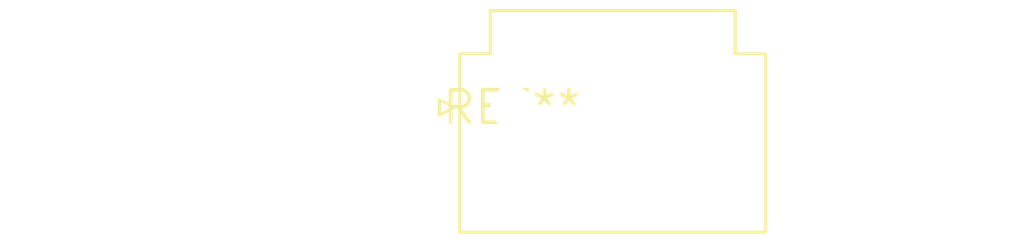
<source format=kicad_pcb>
(kicad_pcb (version 20240108) (generator pcbnew)
  (layers (0 "F.Cu" signal) (31 "B.Cu" signal) (34 "B.Paste" user) (35 "F.Paste" user) (36 "B.SilkS" user "B.Silkscreen") (37 "F.SilkS" user "F.Silkscreen") (38 "B.Mask" user) (39 "F.Mask" user) (44 "Edge.Cuts" user))
  (net 0 "")
  (footprint "JST_VH_B2P3-VH_1x02_P7.92mm_Vertical" (layer "F.Cu") (at 0 0)
    (property "Reference" "REF**")
    (property "Value" "JST_VH_B2P3-VH_1x02_P7.92mm_Vertical")
    (fp_line (start -2.86 -0.3) (end -2.26 0) (layer "F.SilkS") (stroke (width 0.12)))
    (fp_line (start -2.86 0.3) (end -2.86 -0.3) (layer "F.SilkS") (stroke (width 0.12)))
    (fp_line (start -2.26 0) (end -2.86 0.3) (layer "F.SilkS") (stroke (width 0.12)))
    (fp_line (start -2.06 -2.11) (end -0.86 -2.11) (layer "F.SilkS") (stroke (width 0.12)))
    (fp_line (start -2.06 4.91) (end -2.06 -2.11) (layer "F.SilkS") (stroke (width 0.12)))
    (fp_line (start -0.86 -3.81) (end 8.78 -3.81) (layer "F.SilkS") (stroke (width 0.12)))
    (fp_line (start -0.86 -2.11) (end -0.86 -3.81) (layer "F.SilkS") (stroke (width 0.12)))
    (fp_line (start 8.78 -3.81) (end 8.78 -2.11) (layer "F.SilkS") (stroke (width 0.12)))
    (fp_line (start 8.78 -2.11) (end 9.98 -2.11) (layer "F.SilkS") (stroke (width 0.12)))
    (fp_line (start 9.98 -2.11) (end 9.98 4.91) (layer "F.SilkS") (stroke (width 0.12)))
    (fp_line (start 9.98 4.91) (end -2.06 4.91) (layer "F.SilkS") (stroke (width 0.12)))
    (pad "1" thru_hole roundrect (at 0 0) (size 2.7 2.7) (drill 1.7) (layers *.Cu *.Mask) (remove_unused_layers) (roundrect_rratio 0.092593))
    (pad "2" thru_hole circle (at 7.92 0) (size 2.7 2.7) (drill 1.7) (layers *.Cu *.Mask) (remove_unused_layers))
  )
)
</source>
